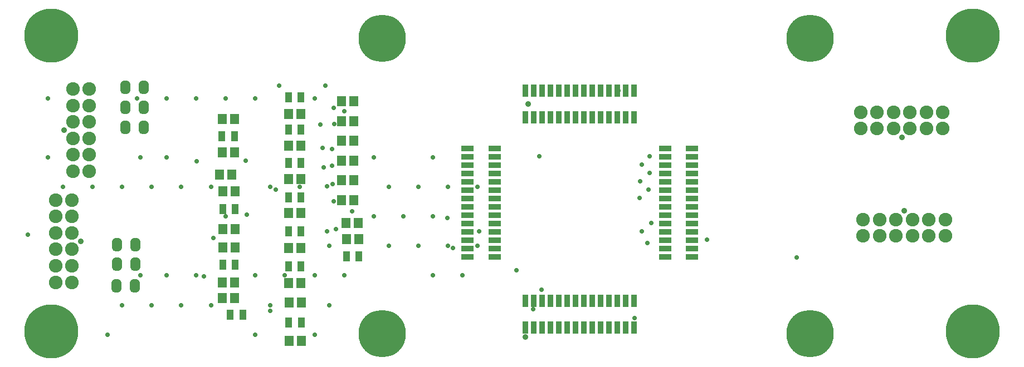
<source format=gts>
G04*
G04 #@! TF.GenerationSoftware,Altium Limited,Altium Designer,24.0.1 (36)*
G04*
G04 Layer_Color=8388736*
%FSLAX44Y44*%
%MOMM*%
G71*
G04*
G04 #@! TF.SameCoordinates,529E54BD-66BB-4446-AAE8-26BA04382348*
G04*
G04*
G04 #@! TF.FilePolarity,Negative*
G04*
G01*
G75*
%ADD18R,1.3500X1.5500*%
%ADD19R,1.1000X1.5000*%
%ADD20R,0.9400X1.9000*%
%ADD21R,1.9000X0.9400*%
G04:AMPARAMS|DCode=22|XSize=1.95mm|YSize=1.45mm|CornerRadius=0.4125mm|HoleSize=0mm|Usage=FLASHONLY|Rotation=90.000|XOffset=0mm|YOffset=0mm|HoleType=Round|Shape=RoundedRectangle|*
%AMROUNDEDRECTD22*
21,1,1.9500,0.6250,0,0,90.0*
21,1,1.1250,1.4500,0,0,90.0*
1,1,0.8250,0.3125,0.5625*
1,1,0.8250,0.3125,-0.5625*
1,1,0.8250,-0.3125,-0.5625*
1,1,0.8250,-0.3125,0.5625*
%
%ADD22ROUNDEDRECTD22*%
%ADD23C,2.0750*%
%ADD24C,0.8750*%
%ADD25C,7.2000*%
%ADD26C,8.2000*%
%ADD27C,0.7000*%
%ADD28C,0.9000*%
D18*
X309520Y322580D02*
D03*
X328020D02*
D03*
X327980Y373380D02*
D03*
X309480D02*
D03*
X305710Y288290D02*
D03*
X324210D02*
D03*
X329250Y262890D02*
D03*
X310750D02*
D03*
X309520Y100330D02*
D03*
X328020D02*
D03*
X310790Y177800D02*
D03*
X329290D02*
D03*
X498750Y190500D02*
D03*
X517250D02*
D03*
X329250Y205740D02*
D03*
X310750D02*
D03*
X515980Y214630D02*
D03*
X497480D02*
D03*
X328020Y124460D02*
D03*
X309520D02*
D03*
X429620Y35560D02*
D03*
X411120D02*
D03*
X429250Y123190D02*
D03*
X410750D02*
D03*
X429250Y176530D02*
D03*
X410750D02*
D03*
X429250Y229870D02*
D03*
X410750D02*
D03*
X429250Y281940D02*
D03*
X410750D02*
D03*
X429250Y332740D02*
D03*
X410750D02*
D03*
X429250Y381000D02*
D03*
X410750D02*
D03*
X411120Y93980D02*
D03*
X429620D02*
D03*
X490750Y340000D02*
D03*
X509250D02*
D03*
X490750Y370000D02*
D03*
X509250D02*
D03*
X490750Y280000D02*
D03*
X509250D02*
D03*
X490750Y310000D02*
D03*
X509250D02*
D03*
X490750Y250000D02*
D03*
X509250D02*
D03*
X490750Y400000D02*
D03*
X509250D02*
D03*
D19*
X328230Y346710D02*
D03*
X309230D02*
D03*
X329500Y236220D02*
D03*
X310500D02*
D03*
X340970Y74930D02*
D03*
X321970D02*
D03*
X329540Y151130D02*
D03*
X310540D02*
D03*
X517500Y163830D02*
D03*
X498500D02*
D03*
X429870Y63500D02*
D03*
X410870D02*
D03*
X429500Y148590D02*
D03*
X410500D02*
D03*
X429500Y201930D02*
D03*
X410500D02*
D03*
X429500Y254000D02*
D03*
X410500D02*
D03*
X429500Y306070D02*
D03*
X410500D02*
D03*
X429500Y356870D02*
D03*
X410500D02*
D03*
X429500Y406400D02*
D03*
X410500D02*
D03*
D20*
X872110Y96660D02*
D03*
X859410D02*
D03*
X872110Y55660D02*
D03*
X859410D02*
D03*
X846710Y96660D02*
D03*
Y55660D02*
D03*
X808610Y96660D02*
D03*
Y55660D02*
D03*
X770510Y96660D02*
D03*
Y55660D02*
D03*
X783210D02*
D03*
X795910D02*
D03*
X783210Y96660D02*
D03*
X795910D02*
D03*
X821310Y55660D02*
D03*
X834010D02*
D03*
X821310Y96660D02*
D03*
X834010D02*
D03*
X884810Y55660D02*
D03*
X897510D02*
D03*
X910210D02*
D03*
X922910D02*
D03*
X935610D02*
D03*
X884810Y96660D02*
D03*
X897510D02*
D03*
X910210D02*
D03*
X922910D02*
D03*
X935610D02*
D03*
X872110Y416660D02*
D03*
X859410D02*
D03*
X872110Y375660D02*
D03*
X859410D02*
D03*
X846710Y416660D02*
D03*
Y375660D02*
D03*
X808610Y416660D02*
D03*
Y375660D02*
D03*
X770510Y416660D02*
D03*
Y375660D02*
D03*
X783210D02*
D03*
X795910D02*
D03*
X783210Y416660D02*
D03*
X795910D02*
D03*
X821310Y375660D02*
D03*
X834010D02*
D03*
X821310Y416660D02*
D03*
X834010D02*
D03*
X884810Y375660D02*
D03*
X897510D02*
D03*
X910210D02*
D03*
X922910D02*
D03*
X935610D02*
D03*
X884810Y416660D02*
D03*
X897510D02*
D03*
X910210D02*
D03*
X922910D02*
D03*
X935610D02*
D03*
D21*
X682560Y265210D02*
D03*
Y252510D02*
D03*
X723560Y265210D02*
D03*
Y252510D02*
D03*
X682560Y239810D02*
D03*
X723560D02*
D03*
X682560Y201710D02*
D03*
X723560D02*
D03*
X682560Y163610D02*
D03*
X723560D02*
D03*
Y176310D02*
D03*
Y189010D02*
D03*
X682560Y176310D02*
D03*
Y189010D02*
D03*
X723560Y214410D02*
D03*
Y227110D02*
D03*
X682560Y214410D02*
D03*
Y227110D02*
D03*
X723560Y277910D02*
D03*
Y290610D02*
D03*
Y303310D02*
D03*
Y316010D02*
D03*
Y328710D02*
D03*
X682560Y277910D02*
D03*
Y290610D02*
D03*
Y303310D02*
D03*
Y316010D02*
D03*
Y328710D02*
D03*
X1023560Y227110D02*
D03*
Y239810D02*
D03*
X982560Y227110D02*
D03*
Y239810D02*
D03*
X1023560Y252510D02*
D03*
X982560D02*
D03*
X1023560Y290610D02*
D03*
X982560D02*
D03*
X1023560Y328710D02*
D03*
X982560D02*
D03*
Y316010D02*
D03*
Y303310D02*
D03*
X1023560Y316010D02*
D03*
Y303310D02*
D03*
X982560Y277910D02*
D03*
Y265210D02*
D03*
X1023560Y277910D02*
D03*
Y265210D02*
D03*
X982560Y214410D02*
D03*
Y201710D02*
D03*
Y189010D02*
D03*
Y176310D02*
D03*
Y163610D02*
D03*
X1023560Y214410D02*
D03*
Y201710D02*
D03*
Y189010D02*
D03*
Y176310D02*
D03*
Y163610D02*
D03*
D22*
X177090Y119380D02*
D03*
X148590D02*
D03*
X178080Y181610D02*
D03*
X149580D02*
D03*
X178080Y152400D02*
D03*
X149580D02*
D03*
X162280Y421640D02*
D03*
X190780D02*
D03*
X162280Y391160D02*
D03*
X190780D02*
D03*
X162280Y360680D02*
D03*
X190780D02*
D03*
D23*
X82550Y418770D02*
D03*
Y393770D02*
D03*
Y368770D02*
D03*
Y343770D02*
D03*
Y318770D02*
D03*
Y293770D02*
D03*
X107550Y418770D02*
D03*
Y393770D02*
D03*
Y368770D02*
D03*
Y343770D02*
D03*
Y318770D02*
D03*
Y293770D02*
D03*
X1283700Y195280D02*
D03*
X1308700D02*
D03*
X1333700D02*
D03*
X1358700D02*
D03*
X1383700D02*
D03*
X1408700D02*
D03*
X1283700Y220280D02*
D03*
X1308700D02*
D03*
X1333700D02*
D03*
X1358700D02*
D03*
X1383700D02*
D03*
X1408700D02*
D03*
X1404890Y383840D02*
D03*
X1379890D02*
D03*
X1354890D02*
D03*
X1329890D02*
D03*
X1304890D02*
D03*
X1279890D02*
D03*
X1404890Y358840D02*
D03*
X1379890D02*
D03*
X1354890D02*
D03*
X1329890D02*
D03*
X1304890D02*
D03*
X1279890D02*
D03*
X56500Y249790D02*
D03*
Y224790D02*
D03*
Y199790D02*
D03*
Y174790D02*
D03*
Y149790D02*
D03*
Y124790D02*
D03*
X81500Y249790D02*
D03*
Y224790D02*
D03*
Y199790D02*
D03*
Y174790D02*
D03*
Y149790D02*
D03*
Y124790D02*
D03*
D24*
X69150Y356270D02*
D03*
X1346200Y233680D02*
D03*
X1342390Y345440D02*
D03*
X94900Y187290D02*
D03*
D25*
X1203060Y46160D02*
D03*
X553060Y496160D02*
D03*
X1203060D02*
D03*
X553060Y46160D02*
D03*
D26*
X50000Y50000D02*
D03*
X1450000Y500000D02*
D03*
Y50000D02*
D03*
X50000Y500000D02*
D03*
D27*
X247500Y270000D02*
D03*
X13970Y196850D02*
D03*
X791210Y316230D02*
D03*
X699770Y201930D02*
D03*
X935990Y69850D02*
D03*
X1046480Y189230D02*
D03*
X185340Y135000D02*
D03*
X177800Y182880D02*
D03*
X185340Y315000D02*
D03*
X202500Y270000D02*
D03*
X225000Y315000D02*
D03*
X270510Y308610D02*
D03*
X292500Y270000D02*
D03*
X315000Y225000D02*
D03*
X382500Y270000D02*
D03*
X391160Y265430D02*
D03*
X427500Y270000D02*
D03*
X540000Y315000D02*
D03*
X466090Y424100D02*
D03*
X396240D02*
D03*
X180000Y405000D02*
D03*
X225000D02*
D03*
X697500Y270000D02*
D03*
Y180000D02*
D03*
X675000Y135000D02*
D03*
X630000Y315000D02*
D03*
X652500Y270000D02*
D03*
X630000Y225000D02*
D03*
X652500Y180000D02*
D03*
X630000Y135000D02*
D03*
X607500Y270000D02*
D03*
X585000Y225000D02*
D03*
X607500Y180000D02*
D03*
X562500Y270000D02*
D03*
X540000Y225000D02*
D03*
X562500Y180000D02*
D03*
X495000Y135000D02*
D03*
X450000Y405000D02*
D03*
X472500Y180000D02*
D03*
X450000Y135000D02*
D03*
X472500Y90000D02*
D03*
X450000Y45000D02*
D03*
X405000Y135000D02*
D03*
X360000Y405000D02*
D03*
Y135000D02*
D03*
X382500Y90000D02*
D03*
X360000Y45000D02*
D03*
X315000Y405000D02*
D03*
X270000D02*
D03*
Y135000D02*
D03*
X292500Y90000D02*
D03*
X225000Y135000D02*
D03*
X247500Y90000D02*
D03*
X202500D02*
D03*
X157500Y270000D02*
D03*
Y90000D02*
D03*
X135000Y45000D02*
D03*
X112500Y270000D02*
D03*
X45000Y405000D02*
D03*
Y315000D02*
D03*
X67500Y270000D02*
D03*
X495300Y384810D02*
D03*
X458470Y364490D02*
D03*
X651510Y222250D02*
D03*
X462280Y328930D02*
D03*
X463550Y299720D02*
D03*
X468630Y270510D02*
D03*
X506730Y232410D02*
D03*
X468630Y201930D02*
D03*
X382270Y81280D02*
D03*
X281940Y133350D02*
D03*
X295910Y191770D02*
D03*
X782320Y83820D02*
D03*
X795020Y113030D02*
D03*
X756920Y143320D02*
D03*
X346710Y227330D02*
D03*
X345440Y309880D02*
D03*
X482600Y205740D02*
D03*
X476250Y302260D02*
D03*
Y327660D02*
D03*
X480060Y365760D02*
D03*
X478790Y247650D02*
D03*
X477520Y274320D02*
D03*
X478790Y389890D02*
D03*
X1182370Y162560D02*
D03*
X955496Y184576D02*
D03*
X958850Y316200D02*
D03*
Y290800D02*
D03*
X943610Y252700D02*
D03*
X947420Y303500D02*
D03*
X660400Y176500D02*
D03*
X947420Y201900D02*
D03*
X944880Y278100D02*
D03*
X961390Y214600D02*
D03*
X957580Y265400D02*
D03*
D28*
X770510Y41020D02*
D03*
X774700Y396240D02*
D03*
X191770Y416560D02*
D03*
X910590D02*
D03*
X1203060Y73660D02*
D03*
X1223060Y66160D02*
D03*
X1230560Y46160D02*
D03*
X1223060Y26160D02*
D03*
X1203060Y18660D02*
D03*
X1183060Y26160D02*
D03*
X1175560Y46160D02*
D03*
X1183060Y66160D02*
D03*
X52070Y79570D02*
D03*
X72070Y72070D02*
D03*
X79570Y52070D02*
D03*
X72070Y32070D02*
D03*
X52070Y24570D02*
D03*
X32070Y32070D02*
D03*
X24570Y52070D02*
D03*
X32070Y72070D02*
D03*
X553060Y523660D02*
D03*
X573060Y516160D02*
D03*
X580560Y496160D02*
D03*
X573060Y476160D02*
D03*
X553060Y468660D02*
D03*
X533060Y476160D02*
D03*
X525560Y496160D02*
D03*
X533060Y516160D02*
D03*
X1203060Y523660D02*
D03*
X1223060Y516160D02*
D03*
X1230560Y496160D02*
D03*
X1223060Y476160D02*
D03*
X1203060Y468660D02*
D03*
X1183060Y476160D02*
D03*
X1175560Y496160D02*
D03*
X1183060Y516160D02*
D03*
X553060Y73660D02*
D03*
X573060Y66160D02*
D03*
X580560Y46160D02*
D03*
X573060Y26160D02*
D03*
X553060Y18660D02*
D03*
X533060Y26160D02*
D03*
X525560Y46160D02*
D03*
X533060Y66160D02*
D03*
X1450000Y527500D02*
D03*
X1470000Y520000D02*
D03*
X1477500Y500000D02*
D03*
X1470000Y480000D02*
D03*
X1450000Y472500D02*
D03*
X1430000Y480000D02*
D03*
X1422500Y500000D02*
D03*
X1430000Y520000D02*
D03*
X1450000Y77500D02*
D03*
X1470000Y70000D02*
D03*
X1477500Y50000D02*
D03*
X1470000Y30000D02*
D03*
X1450000Y22500D02*
D03*
X1430000Y30000D02*
D03*
X1422500Y50000D02*
D03*
X1430000Y70000D02*
D03*
X50000Y527500D02*
D03*
X70000Y520000D02*
D03*
X77500Y500000D02*
D03*
X70000Y480000D02*
D03*
X50000Y472500D02*
D03*
X30000Y480000D02*
D03*
X22500Y500000D02*
D03*
X30000Y520000D02*
D03*
M02*

</source>
